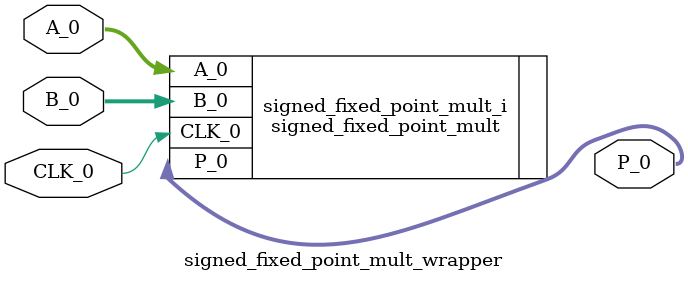
<source format=v>
`timescale 1 ps / 1 ps

module signed_fixed_point_mult_wrapper
   (A_0,
    B_0,
    CLK_0,
    P_0);
  input [12:0]A_0;
  input [12:0]B_0;
  input CLK_0;
  output [25:0]P_0;

  wire [12:0]A_0;
  wire [12:0]B_0;
  wire CLK_0;
  wire [25:0]P_0;

  signed_fixed_point_mult signed_fixed_point_mult_i
       (.A_0(A_0),
        .B_0(B_0),
        .CLK_0(CLK_0),
        .P_0(P_0));
endmodule

</source>
